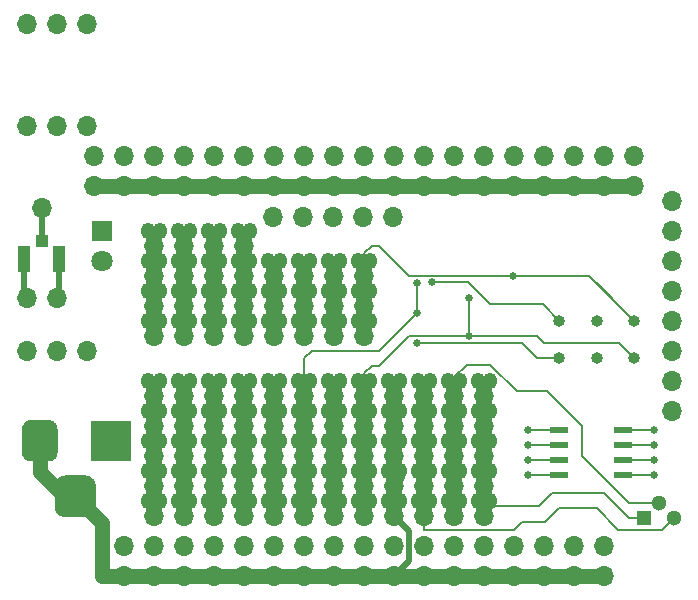
<source format=gbl>
G04 #@! TF.GenerationSoftware,KiCad,Pcbnew,5.0.2+dfsg1-1~bpo9+1*
G04 #@! TF.CreationDate,2020-07-03T00:24:56-04:00*
G04 #@! TF.ProjectId,attiny10,61747469-6e79-4313-902e-6b696361645f,0.10.a*
G04 #@! TF.SameCoordinates,Original*
G04 #@! TF.FileFunction,Copper,L2,Bot*
G04 #@! TF.FilePolarity,Positive*
%FSLAX46Y46*%
G04 Gerber Fmt 4.6, Leading zero omitted, Abs format (unit mm)*
G04 Created by KiCad (PCBNEW 5.0.2+dfsg1-1~bpo9+1) date Fri 03 Jul 2020 12:24:56 AM EDT*
%MOMM*%
%LPD*%
G01*
G04 APERTURE LIST*
G04 #@! TA.AperFunction,SMDPad,CuDef*
%ADD10R,1.550000X0.600000*%
G04 #@! TD*
G04 #@! TA.AperFunction,ComponentPad*
%ADD11O,1.700000X1.700000*%
G04 #@! TD*
G04 #@! TA.AperFunction,ComponentPad*
%ADD12O,1.200000X1.400000*%
G04 #@! TD*
G04 #@! TA.AperFunction,ComponentPad*
%ADD13O,1.000000X1.000000*%
G04 #@! TD*
G04 #@! TA.AperFunction,SMDPad,CuDef*
%ADD14R,1.050000X2.200000*%
G04 #@! TD*
G04 #@! TA.AperFunction,SMDPad,CuDef*
%ADD15R,1.000000X1.050000*%
G04 #@! TD*
G04 #@! TA.AperFunction,ComponentPad*
%ADD16C,1.800000*%
G04 #@! TD*
G04 #@! TA.AperFunction,ComponentPad*
%ADD17R,1.800000X1.800000*%
G04 #@! TD*
G04 #@! TA.AperFunction,ComponentPad*
%ADD18R,1.300000X1.300000*%
G04 #@! TD*
G04 #@! TA.AperFunction,ComponentPad*
%ADD19C,1.300000*%
G04 #@! TD*
G04 #@! TA.AperFunction,Conductor*
%ADD20C,0.150000*%
G04 #@! TD*
G04 #@! TA.AperFunction,ComponentPad*
%ADD21C,3.500000*%
G04 #@! TD*
G04 #@! TA.AperFunction,ComponentPad*
%ADD22C,3.000000*%
G04 #@! TD*
G04 #@! TA.AperFunction,ComponentPad*
%ADD23R,3.500000X3.500000*%
G04 #@! TD*
G04 #@! TA.AperFunction,ViaPad*
%ADD24C,0.635000*%
G04 #@! TD*
G04 #@! TA.AperFunction,Conductor*
%ADD25C,0.406400*%
G04 #@! TD*
G04 #@! TA.AperFunction,Conductor*
%ADD26C,0.508000*%
G04 #@! TD*
G04 #@! TA.AperFunction,Conductor*
%ADD27C,0.203200*%
G04 #@! TD*
G04 #@! TA.AperFunction,Conductor*
%ADD28C,1.270000*%
G04 #@! TD*
G04 APERTURE END LIST*
D10*
G04 #@! TO.P,SOIC1,8*
G04 #@! TO.N,N/C*
X76802000Y-90551000D03*
G04 #@! TO.P,SOIC1,7*
X76802000Y-91821000D03*
G04 #@! TO.P,SOIC1,6*
X76802000Y-93091000D03*
G04 #@! TO.P,SOIC1,5*
X76802000Y-94361000D03*
G04 #@! TO.P,SOIC1,4*
X82202000Y-94361000D03*
G04 #@! TO.P,SOIC1,3*
X82202000Y-93091000D03*
G04 #@! TO.P,SOIC1,2*
X82202000Y-91821000D03*
G04 #@! TO.P,SOIC1,1*
X82202000Y-90551000D03*
G04 #@! TD*
D11*
G04 #@! TO.P,REF\002A\002A,1*
G04 #@! TO.N,N/C*
X86360000Y-71120000D03*
G04 #@! TD*
G04 #@! TO.P,REF\002A\002A,1*
G04 #@! TO.N,N/C*
X86360000Y-73660000D03*
G04 #@! TD*
G04 #@! TO.P,REF\002A\002A,1*
G04 #@! TO.N,N/C*
X86360000Y-76200000D03*
G04 #@! TD*
G04 #@! TO.P,REF\002A\002A,1*
G04 #@! TO.N,N/C*
X86360000Y-78740000D03*
G04 #@! TD*
G04 #@! TO.P,REF\002A\002A,1*
G04 #@! TO.N,N/C*
X86360000Y-81280000D03*
G04 #@! TD*
G04 #@! TO.P,REF\002A\002A,1*
G04 #@! TO.N,N/C*
X86360000Y-88900000D03*
G04 #@! TD*
G04 #@! TO.P,REF\002A\002A,1*
G04 #@! TO.N,N/C*
X86360000Y-83820000D03*
G04 #@! TD*
G04 #@! TO.P,REF\002A\002A,1*
G04 #@! TO.N,N/C*
X86360000Y-86360000D03*
G04 #@! TD*
D12*
G04 #@! TO.P,P?,8*
G04 #@! TO.N,N/C*
X71020000Y-93980000D03*
G04 #@! TO.P,P?,7*
X69950000Y-93980000D03*
G04 #@! TO.P,P?,6*
X68480000Y-93980000D03*
G04 #@! TO.P,P?,5*
X67410000Y-93980000D03*
G04 #@! TO.P,P?,4*
X65940000Y-93980000D03*
G04 #@! TO.P,P?,3*
X64870000Y-93980000D03*
G04 #@! TO.P,P?,2*
X63400000Y-93980000D03*
G04 #@! TO.P,P?,1*
X62330000Y-93980000D03*
G04 #@! TD*
D11*
G04 #@! TO.P,REF\002A\002A,1*
G04 #@! TO.N,N/C*
X31750000Y-64770000D03*
G04 #@! TD*
G04 #@! TO.P,REF\002A\002A,1*
G04 #@! TO.N,N/C*
X36830000Y-64770000D03*
G04 #@! TD*
G04 #@! TO.P,REF\002A\002A,1*
G04 #@! TO.N,N/C*
X34290000Y-64770000D03*
G04 #@! TD*
G04 #@! TO.P,REF\002A\002A,1*
G04 #@! TO.N,N/C*
X31750000Y-56134000D03*
G04 #@! TD*
G04 #@! TO.P,REF\002A\002A,1*
G04 #@! TO.N,N/C*
X34290000Y-56134000D03*
G04 #@! TD*
G04 #@! TO.P,REF\002A\002A,1*
G04 #@! TO.N,N/C*
X36830000Y-56134000D03*
G04 #@! TD*
G04 #@! TO.P,REF\002A\002A,1*
G04 #@! TO.N,N/C*
X36830000Y-83820000D03*
G04 #@! TD*
G04 #@! TO.P,REF\002A\002A,1*
G04 #@! TO.N,N/C*
X34290000Y-83820000D03*
G04 #@! TD*
D13*
G04 #@! TO.P,REF\002A\002A,1*
G04 #@! TO.N,N/C*
X76835000Y-84455000D03*
G04 #@! TD*
G04 #@! TO.P,REF\002A\002A,1*
G04 #@! TO.N,N/C*
X80010000Y-84455000D03*
G04 #@! TD*
G04 #@! TO.P,REF\002A\002A,1*
G04 #@! TO.N,N/C*
X83185000Y-84455000D03*
G04 #@! TD*
G04 #@! TO.P,REF\002A\002A,1*
G04 #@! TO.N,N/C*
X83185000Y-81280000D03*
G04 #@! TD*
G04 #@! TO.P,REF\002A\002A,1*
G04 #@! TO.N,N/C*
X80010000Y-81280000D03*
G04 #@! TD*
D11*
G04 #@! TO.P,REF\002A\002A,1*
G04 #@! TO.N,N/C*
X67945000Y-102870000D03*
G04 #@! TD*
G04 #@! TO.P,REF\002A\002A,1*
G04 #@! TO.N,N/C*
X52578000Y-72517000D03*
G04 #@! TD*
G04 #@! TO.P,REF\002A\002A,1*
G04 #@! TO.N,N/C*
X62738000Y-72517000D03*
G04 #@! TD*
G04 #@! TO.P,REF\002A\002A,1*
G04 #@! TO.N,N/C*
X60198000Y-72517000D03*
G04 #@! TD*
G04 #@! TO.P,REF\002A\002A,1*
G04 #@! TO.N,N/C*
X57658000Y-72517000D03*
G04 #@! TD*
G04 #@! TO.P,REF\002A\002A,1*
G04 #@! TO.N,N/C*
X55118000Y-72517000D03*
G04 #@! TD*
G04 #@! TO.P,REF\002A\002A,1*
G04 #@! TO.N,N/C*
X73025000Y-69850000D03*
G04 #@! TD*
G04 #@! TO.P,REF\002A\002A,1*
G04 #@! TO.N,N/C*
X70485000Y-69850000D03*
G04 #@! TD*
G04 #@! TO.P,REF\002A\002A,1*
G04 #@! TO.N,N/C*
X67945000Y-69850000D03*
G04 #@! TD*
G04 #@! TO.P,REF\002A\002A,1*
G04 #@! TO.N,N/C*
X65405000Y-69850000D03*
G04 #@! TD*
G04 #@! TO.P,REF\002A\002A,1*
G04 #@! TO.N,N/C*
X33020000Y-71755000D03*
G04 #@! TD*
G04 #@! TO.P,REF\002A\002A,1*
G04 #@! TO.N,N/C*
X34290000Y-79375000D03*
G04 #@! TD*
G04 #@! TO.P,REF\002A\002A,1*
G04 #@! TO.N,N/C*
X31750000Y-79375000D03*
G04 #@! TD*
G04 #@! TO.P,REF\002A\002A,1*
G04 #@! TO.N,N/C*
X83185000Y-69850000D03*
G04 #@! TD*
G04 #@! TO.P,REF\002A\002A,1*
G04 #@! TO.N,N/C*
X70485000Y-67310000D03*
G04 #@! TD*
G04 #@! TO.P,REF\002A\002A,1*
G04 #@! TO.N,N/C*
X83185000Y-67310000D03*
G04 #@! TD*
G04 #@! TO.P,REF\002A\002A,1*
G04 #@! TO.N,N/C*
X75565000Y-67310000D03*
G04 #@! TD*
G04 #@! TO.P,REF\002A\002A,1*
G04 #@! TO.N,N/C*
X78105000Y-69850000D03*
G04 #@! TD*
G04 #@! TO.P,REF\002A\002A,1*
G04 #@! TO.N,N/C*
X78105000Y-67310000D03*
G04 #@! TD*
G04 #@! TO.P,REF\002A\002A,1*
G04 #@! TO.N,N/C*
X80645000Y-67310000D03*
G04 #@! TD*
G04 #@! TO.P,REF\002A\002A,1*
G04 #@! TO.N,N/C*
X73025000Y-67310000D03*
G04 #@! TD*
G04 #@! TO.P,REF\002A\002A,1*
G04 #@! TO.N,N/C*
X75565000Y-69850000D03*
G04 #@! TD*
G04 #@! TO.P,REF\002A\002A,1*
G04 #@! TO.N,N/C*
X80645000Y-69850000D03*
G04 #@! TD*
G04 #@! TO.P,REF\002A\002A,1*
G04 #@! TO.N,N/C*
X80645000Y-102870000D03*
G04 #@! TD*
G04 #@! TO.P,REF\002A\002A,1*
G04 #@! TO.N,N/C*
X75565000Y-102870000D03*
G04 #@! TD*
G04 #@! TO.P,REF\002A\002A,1*
G04 #@! TO.N,N/C*
X70485000Y-102870000D03*
G04 #@! TD*
G04 #@! TO.P,REF\002A\002A,1*
G04 #@! TO.N,N/C*
X78105000Y-102870000D03*
G04 #@! TD*
G04 #@! TO.P,REF\002A\002A,1*
G04 #@! TO.N,N/C*
X73025000Y-102870000D03*
G04 #@! TD*
G04 #@! TO.P,REF\002A\002A,1*
G04 #@! TO.N,N/C*
X73025000Y-100330000D03*
G04 #@! TD*
G04 #@! TO.P,REF\002A\002A,1*
G04 #@! TO.N,N/C*
X78105000Y-100330000D03*
G04 #@! TD*
G04 #@! TO.P,REF\002A\002A,1*
G04 #@! TO.N,N/C*
X80645000Y-100330000D03*
G04 #@! TD*
G04 #@! TO.P,REF\002A\002A,1*
G04 #@! TO.N,N/C*
X75565000Y-100330000D03*
G04 #@! TD*
G04 #@! TO.P,REF\002A\002A,1*
G04 #@! TO.N,N/C*
X70485000Y-100330000D03*
G04 #@! TD*
G04 #@! TO.P,REF\002A\002A,1*
G04 #@! TO.N,N/C*
X70485000Y-92710000D03*
G04 #@! TD*
G04 #@! TO.P,REF\002A\002A,1*
G04 #@! TO.N,N/C*
X65405000Y-90170000D03*
G04 #@! TD*
G04 #@! TO.P,REF\002A\002A,1*
G04 #@! TO.N,N/C*
X65405000Y-97790000D03*
G04 #@! TD*
G04 #@! TO.P,REF\002A\002A,1*
G04 #@! TO.N,N/C*
X62865000Y-87630000D03*
G04 #@! TD*
G04 #@! TO.P,REF\002A\002A,1*
G04 #@! TO.N,N/C*
X62865000Y-90170000D03*
G04 #@! TD*
G04 #@! TO.P,REF\002A\002A,1*
G04 #@! TO.N,N/C*
X67945000Y-95250000D03*
G04 #@! TD*
G04 #@! TO.P,REF\002A\002A,1*
G04 #@! TO.N,N/C*
X67945000Y-92710000D03*
G04 #@! TD*
G04 #@! TO.P,REF\002A\002A,1*
G04 #@! TO.N,N/C*
X70485000Y-97790000D03*
G04 #@! TD*
G04 #@! TO.P,REF\002A\002A,1*
G04 #@! TO.N,N/C*
X70485000Y-90170000D03*
G04 #@! TD*
G04 #@! TO.P,REF\002A\002A,1*
G04 #@! TO.N,N/C*
X70485000Y-95250000D03*
G04 #@! TD*
G04 #@! TO.P,REF\002A\002A,1*
G04 #@! TO.N,N/C*
X62865000Y-95250000D03*
G04 #@! TD*
G04 #@! TO.P,REF\002A\002A,1*
G04 #@! TO.N,N/C*
X62865000Y-92710000D03*
G04 #@! TD*
G04 #@! TO.P,REF\002A\002A,1*
G04 #@! TO.N,N/C*
X65405000Y-95250000D03*
G04 #@! TD*
G04 #@! TO.P,REF\002A\002A,1*
G04 #@! TO.N,N/C*
X65405000Y-92710000D03*
G04 #@! TD*
G04 #@! TO.P,REF\002A\002A,1*
G04 #@! TO.N,N/C*
X67945000Y-97790000D03*
G04 #@! TD*
G04 #@! TO.P,REF\002A\002A,1*
G04 #@! TO.N,N/C*
X62865000Y-97790000D03*
G04 #@! TD*
G04 #@! TO.P,REF\002A\002A,1*
G04 #@! TO.N,N/C*
X67945000Y-90170000D03*
G04 #@! TD*
G04 #@! TO.P,REF\002A\002A,1*
G04 #@! TO.N,N/C*
X67945000Y-87630000D03*
G04 #@! TD*
D12*
G04 #@! TO.P,P?,8*
G04 #@! TO.N,N/C*
X71020000Y-88900000D03*
G04 #@! TO.P,P?,7*
X69950000Y-88900000D03*
G04 #@! TO.P,P?,6*
X68480000Y-88900000D03*
G04 #@! TO.P,P?,5*
X67410000Y-88900000D03*
G04 #@! TO.P,P?,4*
X65940000Y-88900000D03*
G04 #@! TO.P,P?,3*
X64870000Y-88900000D03*
G04 #@! TO.P,P?,2*
X63400000Y-88900000D03*
G04 #@! TO.P,P?,1*
X62330000Y-88900000D03*
G04 #@! TD*
G04 #@! TO.P,P?,8*
G04 #@! TO.N,N/C*
X71020000Y-96520000D03*
G04 #@! TO.P,P?,7*
X69950000Y-96520000D03*
G04 #@! TO.P,P?,6*
X68480000Y-96520000D03*
G04 #@! TO.P,P?,5*
X67410000Y-96520000D03*
G04 #@! TO.P,P?,4*
X65940000Y-96520000D03*
G04 #@! TO.P,P?,3*
X64870000Y-96520000D03*
G04 #@! TO.P,P?,2*
X63400000Y-96520000D03*
G04 #@! TO.P,P?,1*
X62330000Y-96520000D03*
G04 #@! TD*
G04 #@! TO.P,P?,8*
G04 #@! TO.N,N/C*
X71020000Y-86360000D03*
G04 #@! TO.P,P?,7*
X69950000Y-86360000D03*
G04 #@! TO.P,P?,6*
X68480000Y-86360000D03*
G04 #@! TO.P,P?,5*
X67410000Y-86360000D03*
G04 #@! TO.P,P?,4*
X65940000Y-86360000D03*
G04 #@! TO.P,P?,3*
X64870000Y-86360000D03*
G04 #@! TO.P,P?,2*
X63400000Y-86360000D03*
G04 #@! TO.P,P?,1*
X62330000Y-86360000D03*
G04 #@! TD*
G04 #@! TO.P,P?,8*
G04 #@! TO.N,N/C*
X71020000Y-91440000D03*
G04 #@! TO.P,P?,7*
X69950000Y-91440000D03*
G04 #@! TO.P,P?,6*
X68480000Y-91440000D03*
G04 #@! TO.P,P?,5*
X67410000Y-91440000D03*
G04 #@! TO.P,P?,4*
X65940000Y-91440000D03*
G04 #@! TO.P,P?,3*
X64870000Y-91440000D03*
G04 #@! TO.P,P?,2*
X63400000Y-91440000D03*
G04 #@! TO.P,P?,1*
X62330000Y-91440000D03*
G04 #@! TD*
D11*
G04 #@! TO.P,REF\002A\002A,1*
G04 #@! TO.N,N/C*
X65405000Y-87630000D03*
G04 #@! TD*
G04 #@! TO.P,REF\002A\002A,1*
G04 #@! TO.N,N/C*
X70485000Y-87630000D03*
G04 #@! TD*
G04 #@! TO.P,REF\002A\002A,1*
G04 #@! TO.N,N/C*
X50165000Y-77470000D03*
G04 #@! TD*
G04 #@! TO.P,REF\002A\002A,1*
G04 #@! TO.N,N/C*
X52705000Y-82550000D03*
G04 #@! TD*
G04 #@! TO.P,REF\002A\002A,1*
G04 #@! TO.N,N/C*
X52705000Y-80010000D03*
G04 #@! TD*
G04 #@! TO.P,REF\002A\002A,1*
G04 #@! TO.N,N/C*
X57785000Y-82550000D03*
G04 #@! TD*
G04 #@! TO.P,REF\002A\002A,1*
G04 #@! TO.N,N/C*
X45085000Y-74930000D03*
G04 #@! TD*
G04 #@! TO.P,REF\002A\002A,1*
G04 #@! TO.N,N/C*
X45085000Y-82550000D03*
G04 #@! TD*
G04 #@! TO.P,REF\002A\002A,1*
G04 #@! TO.N,N/C*
X42545000Y-74930000D03*
G04 #@! TD*
G04 #@! TO.P,REF\002A\002A,1*
G04 #@! TO.N,N/C*
X47625000Y-80010000D03*
G04 #@! TD*
G04 #@! TO.P,REF\002A\002A,1*
G04 #@! TO.N,N/C*
X47625000Y-77470000D03*
G04 #@! TD*
G04 #@! TO.P,REF\002A\002A,1*
G04 #@! TO.N,N/C*
X50165000Y-82550000D03*
G04 #@! TD*
G04 #@! TO.P,REF\002A\002A,1*
G04 #@! TO.N,N/C*
X50165000Y-74930000D03*
G04 #@! TD*
G04 #@! TO.P,REF\002A\002A,1*
G04 #@! TO.N,N/C*
X57785000Y-77470000D03*
G04 #@! TD*
G04 #@! TO.P,REF\002A\002A,1*
G04 #@! TO.N,N/C*
X55245000Y-77470000D03*
G04 #@! TD*
G04 #@! TO.P,REF\002A\002A,1*
G04 #@! TO.N,N/C*
X50165000Y-80010000D03*
G04 #@! TD*
G04 #@! TO.P,REF\002A\002A,1*
G04 #@! TO.N,N/C*
X42545000Y-80010000D03*
G04 #@! TD*
G04 #@! TO.P,REF\002A\002A,1*
G04 #@! TO.N,N/C*
X42545000Y-77470000D03*
G04 #@! TD*
G04 #@! TO.P,REF\002A\002A,1*
G04 #@! TO.N,N/C*
X55245000Y-80010000D03*
G04 #@! TD*
G04 #@! TO.P,REF\002A\002A,1*
G04 #@! TO.N,N/C*
X60325000Y-82550000D03*
G04 #@! TD*
G04 #@! TO.P,REF\002A\002A,1*
G04 #@! TO.N,N/C*
X60325000Y-80010000D03*
G04 #@! TD*
G04 #@! TO.P,REF\002A\002A,1*
G04 #@! TO.N,N/C*
X52705000Y-77470000D03*
G04 #@! TD*
D12*
G04 #@! TO.P,P?,1*
G04 #@! TO.N,N/C*
X52170000Y-76200000D03*
G04 #@! TO.P,P?,2*
X53240000Y-76200000D03*
G04 #@! TO.P,P?,3*
X54710000Y-76200000D03*
G04 #@! TO.P,P?,4*
X55780000Y-76200000D03*
G04 #@! TO.P,P?,5*
X57250000Y-76200000D03*
G04 #@! TO.P,P?,6*
X58320000Y-76200000D03*
G04 #@! TO.P,P?,7*
X59790000Y-76200000D03*
G04 #@! TO.P,P?,8*
X60860000Y-76200000D03*
G04 #@! TD*
D11*
G04 #@! TO.P,REF\002A\002A,1*
G04 #@! TO.N,N/C*
X55245000Y-82550000D03*
G04 #@! TD*
G04 #@! TO.P,REF\002A\002A,1*
G04 #@! TO.N,N/C*
X57785000Y-80010000D03*
G04 #@! TD*
D12*
G04 #@! TO.P,P?,1*
G04 #@! TO.N,N/C*
X52170000Y-81280000D03*
G04 #@! TO.P,P?,2*
X53240000Y-81280000D03*
G04 #@! TO.P,P?,3*
X54710000Y-81280000D03*
G04 #@! TO.P,P?,4*
X55780000Y-81280000D03*
G04 #@! TO.P,P?,5*
X57250000Y-81280000D03*
G04 #@! TO.P,P?,6*
X58320000Y-81280000D03*
G04 #@! TO.P,P?,7*
X59790000Y-81280000D03*
G04 #@! TO.P,P?,8*
X60860000Y-81280000D03*
G04 #@! TD*
D11*
G04 #@! TO.P,REF\002A\002A,1*
G04 #@! TO.N,N/C*
X45085000Y-80010000D03*
G04 #@! TD*
G04 #@! TO.P,REF\002A\002A,1*
G04 #@! TO.N,N/C*
X45085000Y-77470000D03*
G04 #@! TD*
D12*
G04 #@! TO.P,P?,1*
G04 #@! TO.N,N/C*
X52170000Y-78740000D03*
G04 #@! TO.P,P?,2*
X53240000Y-78740000D03*
G04 #@! TO.P,P?,3*
X54710000Y-78740000D03*
G04 #@! TO.P,P?,4*
X55780000Y-78740000D03*
G04 #@! TO.P,P?,5*
X57250000Y-78740000D03*
G04 #@! TO.P,P?,6*
X58320000Y-78740000D03*
G04 #@! TO.P,P?,7*
X59790000Y-78740000D03*
G04 #@! TO.P,P?,8*
X60860000Y-78740000D03*
G04 #@! TD*
D11*
G04 #@! TO.P,REF\002A\002A,1*
G04 #@! TO.N,N/C*
X47625000Y-82550000D03*
G04 #@! TD*
G04 #@! TO.P,REF\002A\002A,1*
G04 #@! TO.N,N/C*
X42545000Y-82550000D03*
G04 #@! TD*
G04 #@! TO.P,REF\002A\002A,1*
G04 #@! TO.N,N/C*
X47625000Y-74930000D03*
G04 #@! TD*
G04 #@! TO.P,REF\002A\002A,1*
G04 #@! TO.N,N/C*
X60325000Y-77470000D03*
G04 #@! TD*
D12*
G04 #@! TO.P,P?,8*
G04 #@! TO.N,N/C*
X50700000Y-73660000D03*
G04 #@! TO.P,P?,7*
X49630000Y-73660000D03*
G04 #@! TO.P,P?,6*
X48160000Y-73660000D03*
G04 #@! TO.P,P?,5*
X47090000Y-73660000D03*
G04 #@! TO.P,P?,4*
X45620000Y-73660000D03*
G04 #@! TO.P,P?,3*
X44550000Y-73660000D03*
G04 #@! TO.P,P?,2*
X43080000Y-73660000D03*
G04 #@! TO.P,P?,1*
X42010000Y-73660000D03*
G04 #@! TD*
G04 #@! TO.P,P?,8*
G04 #@! TO.N,N/C*
X50700000Y-81280000D03*
G04 #@! TO.P,P?,7*
X49630000Y-81280000D03*
G04 #@! TO.P,P?,6*
X48160000Y-81280000D03*
G04 #@! TO.P,P?,5*
X47090000Y-81280000D03*
G04 #@! TO.P,P?,4*
X45620000Y-81280000D03*
G04 #@! TO.P,P?,3*
X44550000Y-81280000D03*
G04 #@! TO.P,P?,2*
X43080000Y-81280000D03*
G04 #@! TO.P,P?,1*
X42010000Y-81280000D03*
G04 #@! TD*
G04 #@! TO.P,P?,8*
G04 #@! TO.N,N/C*
X50700000Y-78740000D03*
G04 #@! TO.P,P?,7*
X49630000Y-78740000D03*
G04 #@! TO.P,P?,6*
X48160000Y-78740000D03*
G04 #@! TO.P,P?,5*
X47090000Y-78740000D03*
G04 #@! TO.P,P?,4*
X45620000Y-78740000D03*
G04 #@! TO.P,P?,3*
X44550000Y-78740000D03*
G04 #@! TO.P,P?,2*
X43080000Y-78740000D03*
G04 #@! TO.P,P?,1*
X42010000Y-78740000D03*
G04 #@! TD*
G04 #@! TO.P,P?,8*
G04 #@! TO.N,N/C*
X50700000Y-76200000D03*
G04 #@! TO.P,P?,7*
X49630000Y-76200000D03*
G04 #@! TO.P,P?,6*
X48160000Y-76200000D03*
G04 #@! TO.P,P?,5*
X47090000Y-76200000D03*
G04 #@! TO.P,P?,4*
X45620000Y-76200000D03*
G04 #@! TO.P,P?,3*
X44550000Y-76200000D03*
G04 #@! TO.P,P?,2*
X43080000Y-76200000D03*
G04 #@! TO.P,P?,1*
X42010000Y-76200000D03*
G04 #@! TD*
D11*
G04 #@! TO.P,REF\002A\002A,1*
G04 #@! TO.N,N/C*
X60325000Y-92710000D03*
G04 #@! TD*
G04 #@! TO.P,REF\002A\002A,1*
G04 #@! TO.N,N/C*
X55245000Y-90170000D03*
G04 #@! TD*
G04 #@! TO.P,REF\002A\002A,1*
G04 #@! TO.N,N/C*
X55245000Y-97790000D03*
G04 #@! TD*
G04 #@! TO.P,REF\002A\002A,1*
G04 #@! TO.N,N/C*
X52705000Y-87630000D03*
G04 #@! TD*
G04 #@! TO.P,REF\002A\002A,1*
G04 #@! TO.N,N/C*
X52705000Y-90170000D03*
G04 #@! TD*
G04 #@! TO.P,REF\002A\002A,1*
G04 #@! TO.N,N/C*
X57785000Y-95250000D03*
G04 #@! TD*
G04 #@! TO.P,REF\002A\002A,1*
G04 #@! TO.N,N/C*
X57785000Y-92710000D03*
G04 #@! TD*
G04 #@! TO.P,REF\002A\002A,1*
G04 #@! TO.N,N/C*
X60325000Y-97790000D03*
G04 #@! TD*
G04 #@! TO.P,REF\002A\002A,1*
G04 #@! TO.N,N/C*
X60325000Y-90170000D03*
G04 #@! TD*
G04 #@! TO.P,REF\002A\002A,1*
G04 #@! TO.N,N/C*
X60325000Y-95250000D03*
G04 #@! TD*
G04 #@! TO.P,REF\002A\002A,1*
G04 #@! TO.N,N/C*
X52705000Y-95250000D03*
G04 #@! TD*
G04 #@! TO.P,REF\002A\002A,1*
G04 #@! TO.N,N/C*
X52705000Y-92710000D03*
G04 #@! TD*
G04 #@! TO.P,REF\002A\002A,1*
G04 #@! TO.N,N/C*
X55245000Y-95250000D03*
G04 #@! TD*
G04 #@! TO.P,REF\002A\002A,1*
G04 #@! TO.N,N/C*
X55245000Y-92710000D03*
G04 #@! TD*
G04 #@! TO.P,REF\002A\002A,1*
G04 #@! TO.N,N/C*
X57785000Y-97790000D03*
G04 #@! TD*
G04 #@! TO.P,REF\002A\002A,1*
G04 #@! TO.N,N/C*
X52705000Y-97790000D03*
G04 #@! TD*
G04 #@! TO.P,REF\002A\002A,1*
G04 #@! TO.N,N/C*
X57785000Y-90170000D03*
G04 #@! TD*
G04 #@! TO.P,REF\002A\002A,1*
G04 #@! TO.N,N/C*
X57785000Y-87630000D03*
G04 #@! TD*
D12*
G04 #@! TO.P,P?,8*
G04 #@! TO.N,N/C*
X60860000Y-88900000D03*
G04 #@! TO.P,P?,7*
X59790000Y-88900000D03*
G04 #@! TO.P,P?,6*
X58320000Y-88900000D03*
G04 #@! TO.P,P?,5*
X57250000Y-88900000D03*
G04 #@! TO.P,P?,4*
X55780000Y-88900000D03*
G04 #@! TO.P,P?,3*
X54710000Y-88900000D03*
G04 #@! TO.P,P?,2*
X53240000Y-88900000D03*
G04 #@! TO.P,P?,1*
X52170000Y-88900000D03*
G04 #@! TD*
G04 #@! TO.P,P?,8*
G04 #@! TO.N,N/C*
X60860000Y-96520000D03*
G04 #@! TO.P,P?,7*
X59790000Y-96520000D03*
G04 #@! TO.P,P?,6*
X58320000Y-96520000D03*
G04 #@! TO.P,P?,5*
X57250000Y-96520000D03*
G04 #@! TO.P,P?,4*
X55780000Y-96520000D03*
G04 #@! TO.P,P?,3*
X54710000Y-96520000D03*
G04 #@! TO.P,P?,2*
X53240000Y-96520000D03*
G04 #@! TO.P,P?,1*
X52170000Y-96520000D03*
G04 #@! TD*
G04 #@! TO.P,P?,8*
G04 #@! TO.N,N/C*
X60860000Y-86360000D03*
G04 #@! TO.P,P?,7*
X59790000Y-86360000D03*
G04 #@! TO.P,P?,6*
X58320000Y-86360000D03*
G04 #@! TO.P,P?,5*
X57250000Y-86360000D03*
G04 #@! TO.P,P?,4*
X55780000Y-86360000D03*
G04 #@! TO.P,P?,3*
X54710000Y-86360000D03*
G04 #@! TO.P,P?,2*
X53240000Y-86360000D03*
G04 #@! TO.P,P?,1*
X52170000Y-86360000D03*
G04 #@! TD*
G04 #@! TO.P,P?,8*
G04 #@! TO.N,N/C*
X60860000Y-93980000D03*
G04 #@! TO.P,P?,7*
X59790000Y-93980000D03*
G04 #@! TO.P,P?,6*
X58320000Y-93980000D03*
G04 #@! TO.P,P?,5*
X57250000Y-93980000D03*
G04 #@! TO.P,P?,4*
X55780000Y-93980000D03*
G04 #@! TO.P,P?,3*
X54710000Y-93980000D03*
G04 #@! TO.P,P?,2*
X53240000Y-93980000D03*
G04 #@! TO.P,P?,1*
X52170000Y-93980000D03*
G04 #@! TD*
G04 #@! TO.P,P?,8*
G04 #@! TO.N,N/C*
X60860000Y-91440000D03*
G04 #@! TO.P,P?,7*
X59790000Y-91440000D03*
G04 #@! TO.P,P?,6*
X58320000Y-91440000D03*
G04 #@! TO.P,P?,5*
X57250000Y-91440000D03*
G04 #@! TO.P,P?,4*
X55780000Y-91440000D03*
G04 #@! TO.P,P?,3*
X54710000Y-91440000D03*
G04 #@! TO.P,P?,2*
X53240000Y-91440000D03*
G04 #@! TO.P,P?,1*
X52170000Y-91440000D03*
G04 #@! TD*
D11*
G04 #@! TO.P,REF\002A\002A,1*
G04 #@! TO.N,N/C*
X55245000Y-87630000D03*
G04 #@! TD*
G04 #@! TO.P,REF\002A\002A,1*
G04 #@! TO.N,N/C*
X60325000Y-87630000D03*
G04 #@! TD*
G04 #@! TO.P,REF\002A\002A,1*
G04 #@! TO.N,N/C*
X50165000Y-95250000D03*
G04 #@! TD*
G04 #@! TO.P,REF\002A\002A,1*
G04 #@! TO.N,N/C*
X50165000Y-92710000D03*
G04 #@! TD*
G04 #@! TO.P,REF\002A\002A,1*
G04 #@! TO.N,N/C*
X50165000Y-97790000D03*
G04 #@! TD*
G04 #@! TO.P,REF\002A\002A,1*
G04 #@! TO.N,N/C*
X50165000Y-90170000D03*
G04 #@! TD*
G04 #@! TO.P,REF\002A\002A,1*
G04 #@! TO.N,N/C*
X50165000Y-87630000D03*
G04 #@! TD*
G04 #@! TO.P,REF\002A\002A,1*
G04 #@! TO.N,N/C*
X47625000Y-90170000D03*
G04 #@! TD*
G04 #@! TO.P,REF\002A\002A,1*
G04 #@! TO.N,N/C*
X47625000Y-97790000D03*
G04 #@! TD*
G04 #@! TO.P,REF\002A\002A,1*
G04 #@! TO.N,N/C*
X47625000Y-95250000D03*
G04 #@! TD*
G04 #@! TO.P,REF\002A\002A,1*
G04 #@! TO.N,N/C*
X47625000Y-92710000D03*
G04 #@! TD*
G04 #@! TO.P,REF\002A\002A,1*
G04 #@! TO.N,N/C*
X47625000Y-87630000D03*
G04 #@! TD*
G04 #@! TO.P,REF\002A\002A,1*
G04 #@! TO.N,N/C*
X45085000Y-87630000D03*
G04 #@! TD*
G04 #@! TO.P,REF\002A\002A,1*
G04 #@! TO.N,N/C*
X45085000Y-90170000D03*
G04 #@! TD*
G04 #@! TO.P,REF\002A\002A,1*
G04 #@! TO.N,N/C*
X45085000Y-95250000D03*
G04 #@! TD*
G04 #@! TO.P,REF\002A\002A,1*
G04 #@! TO.N,N/C*
X45085000Y-92710000D03*
G04 #@! TD*
G04 #@! TO.P,REF\002A\002A,1*
G04 #@! TO.N,N/C*
X45085000Y-97790000D03*
G04 #@! TD*
G04 #@! TO.P,REF\002A\002A,1*
G04 #@! TO.N,N/C*
X42545000Y-97790000D03*
G04 #@! TD*
G04 #@! TO.P,REF\002A\002A,1*
G04 #@! TO.N,N/C*
X42545000Y-95250000D03*
G04 #@! TD*
G04 #@! TO.P,REF\002A\002A,1*
G04 #@! TO.N,N/C*
X42545000Y-92710000D03*
G04 #@! TD*
G04 #@! TO.P,REF\002A\002A,1*
G04 #@! TO.N,N/C*
X42545000Y-90170000D03*
G04 #@! TD*
G04 #@! TO.P,REF\002A\002A,1*
G04 #@! TO.N,N/C*
X42545000Y-87630000D03*
G04 #@! TD*
G04 #@! TO.P,REF\002A\002A,1*
G04 #@! TO.N,N/C*
X60325000Y-67310000D03*
G04 #@! TD*
G04 #@! TO.P,REF\002A\002A,1*
G04 #@! TO.N,N/C*
X55245000Y-67310000D03*
G04 #@! TD*
G04 #@! TO.P,REF\002A\002A,1*
G04 #@! TO.N,N/C*
X45085000Y-69850000D03*
G04 #@! TD*
G04 #@! TO.P,REF\002A\002A,1*
G04 #@! TO.N,N/C*
X67945000Y-67310000D03*
G04 #@! TD*
G04 #@! TO.P,REF\002A\002A,1*
G04 #@! TO.N,N/C*
X50165000Y-67310000D03*
G04 #@! TD*
G04 #@! TO.P,REF\002A\002A,1*
G04 #@! TO.N,N/C*
X40005000Y-69850000D03*
G04 #@! TD*
G04 #@! TO.P,REF\002A\002A,1*
G04 #@! TO.N,N/C*
X60325000Y-69850000D03*
G04 #@! TD*
G04 #@! TO.P,REF\002A\002A,1*
G04 #@! TO.N,N/C*
X55245000Y-69850000D03*
G04 #@! TD*
G04 #@! TO.P,REF\002A\002A,1*
G04 #@! TO.N,N/C*
X52705000Y-67310000D03*
G04 #@! TD*
G04 #@! TO.P,REF\002A\002A,1*
G04 #@! TO.N,N/C*
X37465000Y-67310000D03*
G04 #@! TD*
G04 #@! TO.P,REF\002A\002A,1*
G04 #@! TO.N,N/C*
X62865000Y-69850000D03*
G04 #@! TD*
G04 #@! TO.P,REF\002A\002A,1*
G04 #@! TO.N,N/C*
X42545000Y-69850000D03*
G04 #@! TD*
G04 #@! TO.P,REF\002A\002A,1*
G04 #@! TO.N,N/C*
X57785000Y-69850000D03*
G04 #@! TD*
G04 #@! TO.P,REF\002A\002A,1*
G04 #@! TO.N,N/C*
X37465000Y-69850000D03*
G04 #@! TD*
G04 #@! TO.P,REF\002A\002A,1*
G04 #@! TO.N,N/C*
X50165000Y-69850000D03*
G04 #@! TD*
G04 #@! TO.P,REF\002A\002A,1*
G04 #@! TO.N,N/C*
X42545000Y-67310000D03*
G04 #@! TD*
G04 #@! TO.P,REF\002A\002A,1*
G04 #@! TO.N,N/C*
X57785000Y-67310000D03*
G04 #@! TD*
G04 #@! TO.P,REF\002A\002A,1*
G04 #@! TO.N,N/C*
X45085000Y-67310000D03*
G04 #@! TD*
G04 #@! TO.P,REF\002A\002A,1*
G04 #@! TO.N,N/C*
X62865000Y-67310000D03*
G04 #@! TD*
G04 #@! TO.P,REF\002A\002A,1*
G04 #@! TO.N,N/C*
X40005000Y-67310000D03*
G04 #@! TD*
G04 #@! TO.P,REF\002A\002A,1*
G04 #@! TO.N,N/C*
X65405000Y-67310000D03*
G04 #@! TD*
G04 #@! TO.P,REF\002A\002A,1*
G04 #@! TO.N,N/C*
X47625000Y-67310000D03*
G04 #@! TD*
G04 #@! TO.P,REF\002A\002A,1*
G04 #@! TO.N,N/C*
X52705000Y-69850000D03*
G04 #@! TD*
G04 #@! TO.P,REF\002A\002A,1*
G04 #@! TO.N,N/C*
X47625000Y-69850000D03*
G04 #@! TD*
G04 #@! TO.P,REF\002A\002A,1*
G04 #@! TO.N,N/C*
X65405000Y-102870000D03*
G04 #@! TD*
G04 #@! TO.P,REF\002A\002A,1*
G04 #@! TO.N,N/C*
X60325000Y-102870000D03*
G04 #@! TD*
G04 #@! TO.P,REF\002A\002A,1*
G04 #@! TO.N,N/C*
X55245000Y-102870000D03*
G04 #@! TD*
G04 #@! TO.P,REF\002A\002A,1*
G04 #@! TO.N,N/C*
X57785000Y-100330000D03*
G04 #@! TD*
G04 #@! TO.P,REF\002A\002A,1*
G04 #@! TO.N,N/C*
X62865000Y-102870000D03*
G04 #@! TD*
G04 #@! TO.P,REF\002A\002A,1*
G04 #@! TO.N,N/C*
X57785000Y-102870000D03*
G04 #@! TD*
G04 #@! TO.P,REF\002A\002A,1*
G04 #@! TO.N,N/C*
X62865000Y-100330000D03*
G04 #@! TD*
G04 #@! TO.P,REF\002A\002A,1*
G04 #@! TO.N,N/C*
X65405000Y-100330000D03*
G04 #@! TD*
G04 #@! TO.P,REF\002A\002A,1*
G04 #@! TO.N,N/C*
X60325000Y-100330000D03*
G04 #@! TD*
G04 #@! TO.P,REF\002A\002A,1*
G04 #@! TO.N,N/C*
X67945000Y-100330000D03*
G04 #@! TD*
G04 #@! TO.P,REF\002A\002A,1*
G04 #@! TO.N,N/C*
X55245000Y-100330000D03*
G04 #@! TD*
G04 #@! TO.P,REF\002A\002A,1*
G04 #@! TO.N,N/C*
X50165000Y-102870000D03*
G04 #@! TD*
G04 #@! TO.P,REF\002A\002A,1*
G04 #@! TO.N,N/C*
X45085000Y-102870000D03*
G04 #@! TD*
G04 #@! TO.P,REF\002A\002A,1*
G04 #@! TO.N,N/C*
X47625000Y-100330000D03*
G04 #@! TD*
G04 #@! TO.P,REF\002A\002A,1*
G04 #@! TO.N,N/C*
X52705000Y-102870000D03*
G04 #@! TD*
G04 #@! TO.P,REF\002A\002A,1*
G04 #@! TO.N,N/C*
X47625000Y-102870000D03*
G04 #@! TD*
G04 #@! TO.P,REF\002A\002A,1*
G04 #@! TO.N,N/C*
X52705000Y-100330000D03*
G04 #@! TD*
G04 #@! TO.P,REF\002A\002A,1*
G04 #@! TO.N,N/C*
X50165000Y-100330000D03*
G04 #@! TD*
G04 #@! TO.P,REF\002A\002A,1*
G04 #@! TO.N,N/C*
X45085000Y-100330000D03*
G04 #@! TD*
G04 #@! TO.P,REF\002A\002A,1*
G04 #@! TO.N,N/C*
X42545000Y-102870000D03*
G04 #@! TD*
G04 #@! TO.P,REF\002A\002A,1*
G04 #@! TO.N,N/C*
X40005000Y-102870000D03*
G04 #@! TD*
G04 #@! TO.P,REF\002A\002A,1*
G04 #@! TO.N,N/C*
X42545000Y-100330000D03*
G04 #@! TD*
G04 #@! TO.P,REF\002A\002A,1*
G04 #@! TO.N,N/C*
X40005000Y-100330000D03*
G04 #@! TD*
D12*
G04 #@! TO.P,P?,1*
G04 #@! TO.N,N/C*
X42010000Y-96520000D03*
G04 #@! TO.P,P?,2*
X43080000Y-96520000D03*
G04 #@! TO.P,P?,3*
X44550000Y-96520000D03*
G04 #@! TO.P,P?,4*
X45620000Y-96520000D03*
G04 #@! TO.P,P?,5*
X47090000Y-96520000D03*
G04 #@! TO.P,P?,6*
X48160000Y-96520000D03*
G04 #@! TO.P,P?,7*
X49630000Y-96520000D03*
G04 #@! TO.P,P?,8*
X50700000Y-96520000D03*
G04 #@! TD*
G04 #@! TO.P,P?,1*
G04 #@! TO.N,N/C*
X42010000Y-93980000D03*
G04 #@! TO.P,P?,2*
X43080000Y-93980000D03*
G04 #@! TO.P,P?,3*
X44550000Y-93980000D03*
G04 #@! TO.P,P?,4*
X45620000Y-93980000D03*
G04 #@! TO.P,P?,5*
X47090000Y-93980000D03*
G04 #@! TO.P,P?,6*
X48160000Y-93980000D03*
G04 #@! TO.P,P?,7*
X49630000Y-93980000D03*
G04 #@! TO.P,P?,8*
X50700000Y-93980000D03*
G04 #@! TD*
G04 #@! TO.P,P?,1*
G04 #@! TO.N,N/C*
X42010000Y-91440000D03*
G04 #@! TO.P,P?,2*
X43080000Y-91440000D03*
G04 #@! TO.P,P?,3*
X44550000Y-91440000D03*
G04 #@! TO.P,P?,4*
X45620000Y-91440000D03*
G04 #@! TO.P,P?,5*
X47090000Y-91440000D03*
G04 #@! TO.P,P?,6*
X48160000Y-91440000D03*
G04 #@! TO.P,P?,7*
X49630000Y-91440000D03*
G04 #@! TO.P,P?,8*
X50700000Y-91440000D03*
G04 #@! TD*
G04 #@! TO.P,P?,1*
G04 #@! TO.N,N/C*
X42010000Y-88900000D03*
G04 #@! TO.P,P?,2*
X43080000Y-88900000D03*
G04 #@! TO.P,P?,3*
X44550000Y-88900000D03*
G04 #@! TO.P,P?,4*
X45620000Y-88900000D03*
G04 #@! TO.P,P?,5*
X47090000Y-88900000D03*
G04 #@! TO.P,P?,6*
X48160000Y-88900000D03*
G04 #@! TO.P,P?,7*
X49630000Y-88900000D03*
G04 #@! TO.P,P?,8*
X50700000Y-88900000D03*
G04 #@! TD*
G04 #@! TO.P,P?,1*
G04 #@! TO.N,N/C*
X42010000Y-86360000D03*
G04 #@! TO.P,P?,2*
X43080000Y-86360000D03*
G04 #@! TO.P,P?,3*
X44550000Y-86360000D03*
G04 #@! TO.P,P?,4*
X45620000Y-86360000D03*
G04 #@! TO.P,P?,5*
X47090000Y-86360000D03*
G04 #@! TO.P,P?,6*
X48160000Y-86360000D03*
G04 #@! TO.P,P?,7*
X49630000Y-86360000D03*
G04 #@! TO.P,P?,8*
X50700000Y-86360000D03*
G04 #@! TD*
D14*
G04 #@! TO.P,REF882,2*
G04 #@! TO.N,N/C*
X31545000Y-76040000D03*
D15*
G04 #@! TO.P,REF882,1*
X33020000Y-74515000D03*
D14*
G04 #@! TO.P,REF882,2*
X34495000Y-76040000D03*
G04 #@! TD*
D16*
G04 #@! TO.P,REF100552,2*
G04 #@! TO.N,N/C*
X38100000Y-76200000D03*
D17*
G04 #@! TO.P,REF100552,1*
X38100000Y-73660000D03*
G04 #@! TD*
D18*
G04 #@! TO.P,REF\002A\002A,1*
G04 #@! TO.N,N/C*
X84000000Y-98000000D03*
D19*
G04 #@! TO.P,REF\002A\002A,3*
X86540000Y-98000000D03*
G04 #@! TO.P,REF\002A\002A,2*
X85270000Y-96730000D03*
G04 #@! TD*
D20*
G04 #@! TO.N,N/C*
G04 #@! TO.C,REF\002A\002A*
G36*
X36822765Y-94394213D02*
X36907704Y-94406813D01*
X36990999Y-94427677D01*
X37071848Y-94456605D01*
X37149472Y-94493319D01*
X37223124Y-94537464D01*
X37292094Y-94588616D01*
X37355718Y-94646282D01*
X37413384Y-94709906D01*
X37464536Y-94778876D01*
X37508681Y-94852528D01*
X37545395Y-94930152D01*
X37574323Y-95011001D01*
X37595187Y-95094296D01*
X37607787Y-95179235D01*
X37612000Y-95265000D01*
X37612000Y-97015000D01*
X37607787Y-97100765D01*
X37595187Y-97185704D01*
X37574323Y-97268999D01*
X37545395Y-97349848D01*
X37508681Y-97427472D01*
X37464536Y-97501124D01*
X37413384Y-97570094D01*
X37355718Y-97633718D01*
X37292094Y-97691384D01*
X37223124Y-97742536D01*
X37149472Y-97786681D01*
X37071848Y-97823395D01*
X36990999Y-97852323D01*
X36907704Y-97873187D01*
X36822765Y-97885787D01*
X36737000Y-97890000D01*
X34987000Y-97890000D01*
X34901235Y-97885787D01*
X34816296Y-97873187D01*
X34733001Y-97852323D01*
X34652152Y-97823395D01*
X34574528Y-97786681D01*
X34500876Y-97742536D01*
X34431906Y-97691384D01*
X34368282Y-97633718D01*
X34310616Y-97570094D01*
X34259464Y-97501124D01*
X34215319Y-97427472D01*
X34178605Y-97349848D01*
X34149677Y-97268999D01*
X34128813Y-97185704D01*
X34116213Y-97100765D01*
X34112000Y-97015000D01*
X34112000Y-95265000D01*
X34116213Y-95179235D01*
X34128813Y-95094296D01*
X34149677Y-95011001D01*
X34178605Y-94930152D01*
X34215319Y-94852528D01*
X34259464Y-94778876D01*
X34310616Y-94709906D01*
X34368282Y-94646282D01*
X34431906Y-94588616D01*
X34500876Y-94537464D01*
X34574528Y-94493319D01*
X34652152Y-94456605D01*
X34733001Y-94427677D01*
X34816296Y-94406813D01*
X34901235Y-94394213D01*
X34987000Y-94390000D01*
X36737000Y-94390000D01*
X36822765Y-94394213D01*
X36822765Y-94394213D01*
G37*
D21*
G04 #@! TD*
G04 #@! TO.P,REF\002A\002A,3*
G04 #@! TO.N,N/C*
X35862000Y-96140000D03*
D20*
G04 #@! TO.N,N/C*
G04 #@! TO.C,REF\002A\002A*
G36*
X33685513Y-89693611D02*
X33758318Y-89704411D01*
X33829714Y-89722295D01*
X33899013Y-89747090D01*
X33965548Y-89778559D01*
X34028678Y-89816398D01*
X34087795Y-89860242D01*
X34142330Y-89909670D01*
X34191758Y-89964205D01*
X34235602Y-90023322D01*
X34273441Y-90086452D01*
X34304910Y-90152987D01*
X34329705Y-90222286D01*
X34347589Y-90293682D01*
X34358389Y-90366487D01*
X34362000Y-90440000D01*
X34362000Y-92440000D01*
X34358389Y-92513513D01*
X34347589Y-92586318D01*
X34329705Y-92657714D01*
X34304910Y-92727013D01*
X34273441Y-92793548D01*
X34235602Y-92856678D01*
X34191758Y-92915795D01*
X34142330Y-92970330D01*
X34087795Y-93019758D01*
X34028678Y-93063602D01*
X33965548Y-93101441D01*
X33899013Y-93132910D01*
X33829714Y-93157705D01*
X33758318Y-93175589D01*
X33685513Y-93186389D01*
X33612000Y-93190000D01*
X32112000Y-93190000D01*
X32038487Y-93186389D01*
X31965682Y-93175589D01*
X31894286Y-93157705D01*
X31824987Y-93132910D01*
X31758452Y-93101441D01*
X31695322Y-93063602D01*
X31636205Y-93019758D01*
X31581670Y-92970330D01*
X31532242Y-92915795D01*
X31488398Y-92856678D01*
X31450559Y-92793548D01*
X31419090Y-92727013D01*
X31394295Y-92657714D01*
X31376411Y-92586318D01*
X31365611Y-92513513D01*
X31362000Y-92440000D01*
X31362000Y-90440000D01*
X31365611Y-90366487D01*
X31376411Y-90293682D01*
X31394295Y-90222286D01*
X31419090Y-90152987D01*
X31450559Y-90086452D01*
X31488398Y-90023322D01*
X31532242Y-89964205D01*
X31581670Y-89909670D01*
X31636205Y-89860242D01*
X31695322Y-89816398D01*
X31758452Y-89778559D01*
X31824987Y-89747090D01*
X31894286Y-89722295D01*
X31965682Y-89704411D01*
X32038487Y-89693611D01*
X32112000Y-89690000D01*
X33612000Y-89690000D01*
X33685513Y-89693611D01*
X33685513Y-89693611D01*
G37*
D22*
G04 #@! TD*
G04 #@! TO.P,REF\002A\002A,2*
G04 #@! TO.N,N/C*
X32862000Y-91440000D03*
D23*
G04 #@! TO.P,REF\002A\002A,1*
G04 #@! TO.N,N/C*
X38862000Y-91440000D03*
G04 #@! TD*
D13*
G04 #@! TO.P,REF\002A\002A,1*
G04 #@! TO.N,N/C*
X76835000Y-81280000D03*
G04 #@! TD*
D11*
G04 #@! TO.P,REF\002A\002A,1*
G04 #@! TO.N,N/C*
X31750000Y-83820000D03*
G04 #@! TD*
D24*
G04 #@! TO.N,*
X64770000Y-78105000D03*
X64770000Y-80645000D03*
X69215000Y-79375000D03*
X69215000Y-82550000D03*
X66040000Y-77978000D03*
X64770000Y-83185000D03*
X72898000Y-77470000D03*
X84849500Y-90551000D03*
X84849500Y-91821000D03*
X84849500Y-93091000D03*
X84849500Y-94361000D03*
X74168000Y-94361000D03*
X74168000Y-93091000D03*
X74154500Y-91821000D03*
X74154500Y-90551000D03*
G04 #@! TD*
D25*
G04 #@! TO.N,*
X42545000Y-86995000D02*
X41910000Y-86360000D01*
X42545000Y-97790000D02*
X42545000Y-86995000D01*
X45085000Y-86995000D02*
X44450000Y-86360000D01*
X45085000Y-97790000D02*
X45085000Y-86995000D01*
X47625000Y-86995000D02*
X46990000Y-86360000D01*
X47625000Y-97790000D02*
X47625000Y-86995000D01*
X50165000Y-86995000D02*
X49530000Y-86360000D01*
X50165000Y-97790000D02*
X50165000Y-86995000D01*
X43180000Y-86360000D02*
X42545000Y-86995000D01*
X45085000Y-86995000D02*
X45720000Y-86360000D01*
X45085000Y-87630000D02*
X45085000Y-86995000D01*
X47625000Y-86995000D02*
X48260000Y-86360000D01*
X47625000Y-87630000D02*
X47625000Y-86995000D01*
X50165000Y-86995000D02*
X50800000Y-86360000D01*
X50165000Y-87630000D02*
X50165000Y-86995000D01*
X41910000Y-88900000D02*
X43180000Y-88900000D01*
X44450000Y-88900000D02*
X45720000Y-88900000D01*
X45720000Y-91440000D02*
X44450000Y-91440000D01*
X43180000Y-91440000D02*
X41910000Y-91440000D01*
X41910000Y-93980000D02*
X43180000Y-93980000D01*
X44450000Y-93980000D02*
X45720000Y-93980000D01*
X45720000Y-96520000D02*
X44450000Y-96520000D01*
X43180000Y-96520000D02*
X41910000Y-96520000D01*
X46990000Y-96520000D02*
X48260000Y-96520000D01*
X48260000Y-93980000D02*
X46990000Y-93980000D01*
X46990000Y-91440000D02*
X48260000Y-91440000D01*
X48260000Y-88900000D02*
X46990000Y-88900000D01*
X49530000Y-88900000D02*
X50800000Y-88900000D01*
X50800000Y-91440000D02*
X49530000Y-91440000D01*
X49530000Y-93980000D02*
X50800000Y-93980000D01*
X50800000Y-96520000D02*
X49530000Y-96520000D01*
X52070000Y-88900000D02*
X53340000Y-88900000D01*
X54610000Y-88900000D02*
X55880000Y-88900000D01*
X55880000Y-91440000D02*
X54610000Y-91440000D01*
X53340000Y-91440000D02*
X52070000Y-91440000D01*
X52070000Y-93980000D02*
X53340000Y-93980000D01*
X54610000Y-93980000D02*
X55880000Y-93980000D01*
X55880000Y-96520000D02*
X54610000Y-96520000D01*
X53340000Y-96520000D02*
X52070000Y-96520000D01*
X57150000Y-96520000D02*
X58420000Y-96520000D01*
X58420000Y-93980000D02*
X57150000Y-93980000D01*
X57150000Y-91440000D02*
X58420000Y-91440000D01*
X58420000Y-88900000D02*
X57150000Y-88900000D01*
X59690000Y-88900000D02*
X60960000Y-88900000D01*
X60960000Y-91440000D02*
X59690000Y-91440000D01*
X59690000Y-93980000D02*
X60960000Y-93980000D01*
X60325000Y-97790000D02*
X60325000Y-86995000D01*
X52705000Y-86995000D02*
X52070000Y-86360000D01*
X52705000Y-97790000D02*
X52705000Y-86995000D01*
X55245000Y-86995000D02*
X54610000Y-86360000D01*
X55245000Y-97790000D02*
X55245000Y-86995000D01*
X57785000Y-86995000D02*
X57150000Y-86360000D01*
X57785000Y-97790000D02*
X57785000Y-86995000D01*
X60325000Y-86995000D02*
X59690000Y-86360000D01*
X60960000Y-96520000D02*
X59690000Y-96520000D01*
X53340000Y-86360000D02*
X52705000Y-86995000D01*
X55245000Y-86995000D02*
X55880000Y-86360000D01*
X55245000Y-87630000D02*
X55245000Y-86995000D01*
X57785000Y-86995000D02*
X58420000Y-86360000D01*
X57785000Y-87630000D02*
X57785000Y-86995000D01*
X60325000Y-86995000D02*
X60960000Y-86360000D01*
X60325000Y-87630000D02*
X60325000Y-86995000D01*
X53340000Y-81280000D02*
X52070000Y-81280000D01*
X41910000Y-73660000D02*
X43180000Y-73660000D01*
X44450000Y-73660000D02*
X45720000Y-73660000D01*
X45720000Y-76200000D02*
X44450000Y-76200000D01*
X43180000Y-76200000D02*
X41910000Y-76200000D01*
X41910000Y-78740000D02*
X43180000Y-78740000D01*
X44450000Y-78740000D02*
X45720000Y-78740000D01*
X45720000Y-81280000D02*
X44450000Y-81280000D01*
X43180000Y-81280000D02*
X41910000Y-81280000D01*
X46990000Y-81280000D02*
X48260000Y-81280000D01*
X48260000Y-78740000D02*
X46990000Y-78740000D01*
X46990000Y-76200000D02*
X48260000Y-76200000D01*
X48260000Y-73660000D02*
X46990000Y-73660000D01*
X49530000Y-73660000D02*
X50800000Y-73660000D01*
X50800000Y-76200000D02*
X49530000Y-76200000D01*
X49530000Y-78740000D02*
X50800000Y-78740000D01*
X57150000Y-81280000D02*
X58420000Y-81280000D01*
X55880000Y-76200000D02*
X54610000Y-76200000D01*
X50800000Y-81280000D02*
X49530000Y-81280000D01*
X53340000Y-76200000D02*
X52070000Y-76200000D01*
X60960000Y-76200000D02*
X59690000Y-76200000D01*
X59690000Y-78740000D02*
X60960000Y-78740000D01*
X54610000Y-78740000D02*
X55880000Y-78740000D01*
X55880000Y-81280000D02*
X54610000Y-81280000D01*
X60960000Y-81280000D02*
X59690000Y-81280000D01*
X58420000Y-78740000D02*
X57150000Y-78740000D01*
X57150000Y-76200000D02*
X58420000Y-76200000D01*
X52070000Y-78740000D02*
X53340000Y-78740000D01*
X62230000Y-88900000D02*
X63500000Y-88900000D01*
X64770000Y-88900000D02*
X66040000Y-88900000D01*
X66040000Y-91440000D02*
X64770000Y-91440000D01*
X63500000Y-91440000D02*
X62230000Y-91440000D01*
X62230000Y-93980000D02*
X63500000Y-93980000D01*
X64770000Y-93980000D02*
X66040000Y-93980000D01*
X66040000Y-96520000D02*
X64770000Y-96520000D01*
X63500000Y-96520000D02*
X62230000Y-96520000D01*
X67310000Y-96520000D02*
X68580000Y-96520000D01*
X68580000Y-93980000D02*
X67310000Y-93980000D01*
X67310000Y-91440000D02*
X68580000Y-91440000D01*
X68580000Y-88900000D02*
X67310000Y-88900000D01*
X69850000Y-88900000D02*
X71120000Y-88900000D01*
X71120000Y-91440000D02*
X69850000Y-91440000D01*
X69850000Y-93980000D02*
X71120000Y-93980000D01*
X70485000Y-97790000D02*
X70485000Y-86995000D01*
X62865000Y-86995000D02*
X62230000Y-86360000D01*
X62865000Y-97790000D02*
X62865000Y-86995000D01*
X65405000Y-86995000D02*
X64770000Y-86360000D01*
X65405000Y-97790000D02*
X65405000Y-86995000D01*
X67945000Y-86995000D02*
X67310000Y-86360000D01*
X67945000Y-97790000D02*
X67945000Y-86995000D01*
X70485000Y-86995000D02*
X69850000Y-86360000D01*
X71120000Y-96520000D02*
X69850000Y-96520000D01*
X63500000Y-86360000D02*
X62865000Y-86995000D01*
X65405000Y-86995000D02*
X66040000Y-86360000D01*
X65405000Y-87630000D02*
X65405000Y-86995000D01*
X67945000Y-86995000D02*
X68580000Y-86360000D01*
X67945000Y-87630000D02*
X67945000Y-86995000D01*
X70485000Y-86995000D02*
X71120000Y-86360000D01*
X70485000Y-87630000D02*
X70485000Y-86995000D01*
D26*
X33020000Y-71755000D02*
X33020000Y-74515000D01*
X34495000Y-79170000D02*
X34290000Y-79375000D01*
X34495000Y-76040000D02*
X34495000Y-79170000D01*
X31545000Y-79170000D02*
X31750000Y-79375000D01*
X31545000Y-76040000D02*
X31545000Y-79170000D01*
D27*
X85270000Y-96730000D02*
X82730000Y-96730000D01*
X69000000Y-85000000D02*
X67945000Y-86055000D01*
X67945000Y-86055000D02*
X67945000Y-87630000D01*
X71000000Y-85000000D02*
X69000000Y-85000000D01*
D26*
X63500000Y-94615000D02*
X62865000Y-95250000D01*
X63500000Y-93980000D02*
X63500000Y-94615000D01*
D27*
X64770000Y-78105000D02*
X64770000Y-80645000D01*
X64770000Y-80645000D02*
X64770000Y-80645000D01*
X69215000Y-79375000D02*
X69215000Y-82550000D01*
X69215000Y-82550000D02*
X69215000Y-82550000D01*
X66783200Y-77470000D02*
X64135000Y-77470000D01*
X64135000Y-77470000D02*
X61595000Y-74930000D01*
X60325000Y-77470000D02*
X60325000Y-75565000D01*
X60960000Y-74930000D02*
X61595000Y-74930000D01*
X60325000Y-75565000D02*
X60960000Y-74930000D01*
X64770000Y-80645000D02*
X61595000Y-83820000D01*
X61595000Y-83820000D02*
X55880000Y-83820000D01*
X55245000Y-84455000D02*
X55245000Y-87630000D01*
X55880000Y-83820000D02*
X55245000Y-84455000D01*
X69215000Y-82550000D02*
X64135000Y-82550000D01*
X64135000Y-82550000D02*
X61595000Y-85090000D01*
X60325000Y-85725000D02*
X60960000Y-85090000D01*
X60325000Y-85725000D02*
X60325000Y-87630000D01*
X61595000Y-85090000D02*
X60960000Y-85090000D01*
X69215000Y-82550000D02*
X74930000Y-82550000D01*
X74930000Y-82550000D02*
X75565000Y-83185000D01*
X81915000Y-83185000D02*
X83185000Y-84455000D01*
X75565000Y-83185000D02*
X81915000Y-83185000D01*
X80010000Y-78105000D02*
X83185000Y-81280000D01*
X83185000Y-81280000D02*
X79375000Y-77470000D01*
X79375000Y-77470000D02*
X78740000Y-77470000D01*
X78740000Y-77470000D02*
X72898000Y-77470000D01*
X76835000Y-84455000D02*
X74930000Y-84455000D01*
X74930000Y-84455000D02*
X73660000Y-83185000D01*
X64770000Y-83185000D02*
X73660000Y-83185000D01*
D28*
X79375000Y-102870000D02*
X80645000Y-102870000D01*
D27*
X82760000Y-98000000D02*
X84000000Y-98000000D01*
X80645000Y-95885000D02*
X82760000Y-98000000D01*
X70485000Y-97790000D02*
X71334999Y-96940001D01*
X71334999Y-96940001D02*
X75144999Y-96940001D01*
X75144999Y-96940001D02*
X76200000Y-95885000D01*
X76200000Y-95885000D02*
X80645000Y-95885000D01*
X65405000Y-98992081D02*
X65405000Y-97790000D01*
X65412919Y-99000000D02*
X65405000Y-98992081D01*
X73025000Y-99000000D02*
X65412919Y-99000000D01*
X86540000Y-98000000D02*
X85540000Y-99000000D01*
X85540000Y-99000000D02*
X81855000Y-99000000D01*
X81855000Y-99000000D02*
X80010000Y-97155000D01*
X75625000Y-98365000D02*
X76835000Y-97155000D01*
X73660000Y-98365000D02*
X73025000Y-99000000D01*
X73660000Y-98365000D02*
X75625000Y-98365000D01*
X80010000Y-97155000D02*
X76835000Y-97155000D01*
D28*
X40005000Y-102870000D02*
X80645000Y-102870000D01*
D27*
X72898000Y-77470000D02*
X66783200Y-77470000D01*
D26*
X64135000Y-101600000D02*
X64135000Y-101346000D01*
X62865000Y-102870000D02*
X64135000Y-101600000D01*
X64135000Y-101600000D02*
X64135000Y-99060000D01*
X64135000Y-99060000D02*
X62865000Y-97790000D01*
D27*
X43842499Y-69822501D02*
X43815000Y-69850000D01*
D28*
X83185000Y-69850000D02*
X43815000Y-69850000D01*
X43815000Y-69850000D02*
X37465000Y-69850000D01*
D27*
X78740000Y-92740000D02*
X78740000Y-90170000D01*
X82730000Y-96730000D02*
X78740000Y-92740000D01*
X78740000Y-90170000D02*
X75819000Y-87249000D01*
X75819000Y-87249000D02*
X73249000Y-87249000D01*
X73249000Y-87249000D02*
X71000000Y-85000000D01*
X74154500Y-90551000D02*
X76802000Y-90551000D01*
X74154500Y-91821000D02*
X76802000Y-91821000D01*
X74168000Y-93091000D02*
X76802000Y-93091000D01*
X74168000Y-94361000D02*
X76802000Y-94361000D01*
X84849500Y-94361000D02*
X82202000Y-94361000D01*
X84849500Y-93091000D02*
X82202000Y-93091000D01*
X84400488Y-91821000D02*
X82202000Y-91821000D01*
X84849500Y-91821000D02*
X84400488Y-91821000D01*
X84849500Y-90551000D02*
X82931000Y-90551000D01*
X82931000Y-90551000D02*
X82202000Y-90551000D01*
D28*
X38100000Y-102870000D02*
X40005000Y-102870000D01*
X32862000Y-94107000D02*
X35735000Y-96980000D01*
X32862000Y-91440000D02*
X32862000Y-94107000D01*
X38100000Y-98378000D02*
X35862000Y-96140000D01*
X38100000Y-102870000D02*
X38100000Y-98378000D01*
D27*
X75438000Y-79883000D02*
X76835000Y-81280000D01*
X70993000Y-79883000D02*
X75438000Y-79883000D01*
X69088000Y-77978000D02*
X70993000Y-79883000D01*
X66040000Y-77978000D02*
X69088000Y-77978000D01*
G04 #@! TD*
M02*

</source>
